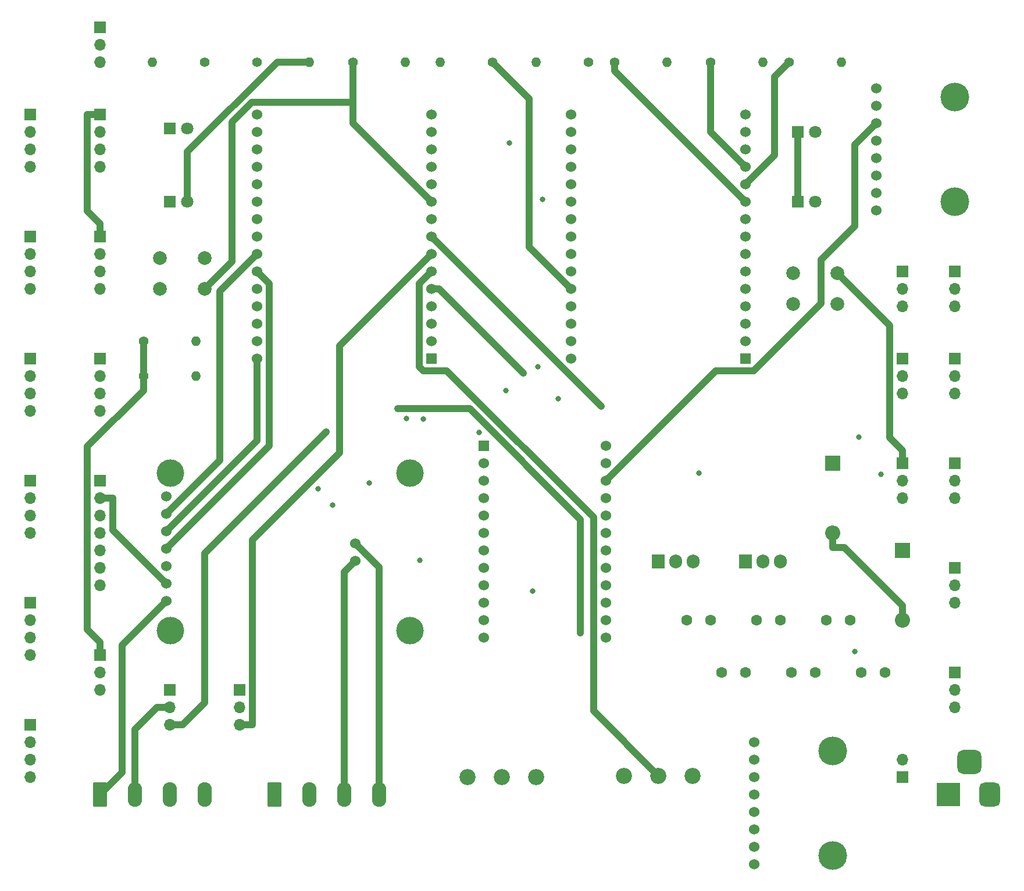
<source format=gbr>
%TF.GenerationSoftware,KiCad,Pcbnew,7.0.10*%
%TF.CreationDate,2024-07-04T23:25:59-06:00*%
%TF.ProjectId,ESP32WROOM30PIN_CARRIER_BOARD_KELLA,45535033-3257-4524-9f4f-4d333050494e,rev?*%
%TF.SameCoordinates,Original*%
%TF.FileFunction,Copper,L4,Bot*%
%TF.FilePolarity,Positive*%
%FSLAX46Y46*%
G04 Gerber Fmt 4.6, Leading zero omitted, Abs format (unit mm)*
G04 Created by KiCad (PCBNEW 7.0.10) date 2024-07-04 23:25:59*
%MOMM*%
%LPD*%
G01*
G04 APERTURE LIST*
G04 Aperture macros list*
%AMRoundRect*
0 Rectangle with rounded corners*
0 $1 Rounding radius*
0 $2 $3 $4 $5 $6 $7 $8 $9 X,Y pos of 4 corners*
0 Add a 4 corners polygon primitive as box body*
4,1,4,$2,$3,$4,$5,$6,$7,$8,$9,$2,$3,0*
0 Add four circle primitives for the rounded corners*
1,1,$1+$1,$2,$3*
1,1,$1+$1,$4,$5*
1,1,$1+$1,$6,$7*
1,1,$1+$1,$8,$9*
0 Add four rect primitives between the rounded corners*
20,1,$1+$1,$2,$3,$4,$5,0*
20,1,$1+$1,$4,$5,$6,$7,0*
20,1,$1+$1,$6,$7,$8,$9,0*
20,1,$1+$1,$8,$9,$2,$3,0*%
G04 Aperture macros list end*
%TA.AperFunction,ComponentPad*%
%ADD10C,1.400000*%
%TD*%
%TA.AperFunction,ComponentPad*%
%ADD11O,1.400000X1.400000*%
%TD*%
%TA.AperFunction,ComponentPad*%
%ADD12R,1.700000X1.700000*%
%TD*%
%TA.AperFunction,ComponentPad*%
%ADD13O,1.700000X1.700000*%
%TD*%
%TA.AperFunction,ComponentPad*%
%ADD14R,2.200000X2.200000*%
%TD*%
%TA.AperFunction,ComponentPad*%
%ADD15O,2.200000X2.200000*%
%TD*%
%TA.AperFunction,ComponentPad*%
%ADD16RoundRect,0.249999X-0.790001X-1.550001X0.790001X-1.550001X0.790001X1.550001X-0.790001X1.550001X0*%
%TD*%
%TA.AperFunction,ComponentPad*%
%ADD17O,2.080000X3.600000*%
%TD*%
%TA.AperFunction,ComponentPad*%
%ADD18C,2.340000*%
%TD*%
%TA.AperFunction,ComponentPad*%
%ADD19C,1.600000*%
%TD*%
%TA.AperFunction,ComponentPad*%
%ADD20C,1.524000*%
%TD*%
%TA.AperFunction,ComponentPad*%
%ADD21C,4.191000*%
%TD*%
%TA.AperFunction,ComponentPad*%
%ADD22C,4.000000*%
%TD*%
%TA.AperFunction,ComponentPad*%
%ADD23C,2.000000*%
%TD*%
%TA.AperFunction,ComponentPad*%
%ADD24R,1.800000X1.800000*%
%TD*%
%TA.AperFunction,ComponentPad*%
%ADD25C,1.800000*%
%TD*%
%TA.AperFunction,ComponentPad*%
%ADD26R,1.524000X1.524000*%
%TD*%
%TA.AperFunction,ComponentPad*%
%ADD27R,3.500000X3.500000*%
%TD*%
%TA.AperFunction,ComponentPad*%
%ADD28RoundRect,0.750000X0.750000X1.000000X-0.750000X1.000000X-0.750000X-1.000000X0.750000X-1.000000X0*%
%TD*%
%TA.AperFunction,ComponentPad*%
%ADD29RoundRect,0.875000X0.875000X0.875000X-0.875000X0.875000X-0.875000X-0.875000X0.875000X-0.875000X0*%
%TD*%
%TA.AperFunction,ComponentPad*%
%ADD30R,1.905000X2.000000*%
%TD*%
%TA.AperFunction,ComponentPad*%
%ADD31O,1.905000X2.000000*%
%TD*%
%TA.AperFunction,ViaPad*%
%ADD32C,0.800000*%
%TD*%
%TA.AperFunction,Conductor*%
%ADD33C,1.000000*%
%TD*%
G04 APERTURE END LIST*
D10*
%TO.P,R1,1*%
%TO.N,Net-(U4-GPIO12(ADC2-CH5))*%
X53340000Y-33020000D03*
D11*
%TO.P,R1,2*%
%TO.N,Net-(D2-A)*%
X45720000Y-33020000D03*
%TD*%
D12*
%TO.P,J21,1,Pin_1*%
%TO.N,Net-(J13-Pin_1)*%
X38100000Y-76200000D03*
D13*
%TO.P,J21,2,Pin_2*%
%TO.N,GND*%
X38100000Y-78740000D03*
%TO.P,J21,3,Pin_3*%
%TO.N,Net-(J21-Pin_3)*%
X38100000Y-81280000D03*
%TO.P,J21,4,Pin_4*%
%TO.N,Net-(J21-Pin_4)*%
X38100000Y-83820000D03*
%TD*%
D14*
%TO.P,D1,1,K*%
%TO.N,Net-(D1-K)*%
X154940000Y-104140000D03*
D15*
%TO.P,D1,2,A*%
%TO.N,Net-(D1-A)*%
X154940000Y-114300000D03*
%TD*%
D12*
%TO.P,J25,1,Pin_1*%
%TO.N,Net-(J11-Pin_1)*%
X162560000Y-91440000D03*
D13*
%TO.P,J25,2,Pin_2*%
%TO.N,GND*%
X162560000Y-93980000D03*
%TO.P,J25,3,Pin_3*%
%TO.N,Net-(J25-Pin_3)*%
X162560000Y-96520000D03*
%TD*%
D16*
%TO.P,J2,1,Pin_1*%
%TO.N,VDD2*%
X63500000Y-139700000D03*
D17*
%TO.P,J2,2,Pin_2*%
%TO.N,GND*%
X68580000Y-139700000D03*
%TO.P,J2,3,Pin_3*%
%TO.N,Net-(J2-Pin_3)*%
X73660000Y-139700000D03*
%TO.P,J2,4,Pin_4*%
%TO.N,Net-(J2-Pin_4)*%
X78740000Y-139700000D03*
%TD*%
D18*
%TO.P,RV2,1,1*%
%TO.N,Net-(J13-Pin_1)*%
X114380000Y-136990000D03*
%TO.P,RV2,2,2*%
%TO.N,Net-(U4-GPIO32(ADC1-CH4))*%
X119380000Y-136990000D03*
%TO.P,RV2,3,3*%
%TO.N,GND*%
X124380000Y-136990000D03*
%TD*%
D10*
%TO.P,R9,1*%
%TO.N,Net-(J13-Pin_1)*%
X44450000Y-73660000D03*
D11*
%TO.P,R9,2*%
%TO.N,Net-(J21-Pin_4)*%
X52070000Y-73660000D03*
%TD*%
D10*
%TO.P,R10,1*%
%TO.N,Net-(J13-Pin_1)*%
X44450000Y-78740000D03*
D11*
%TO.P,R10,2*%
%TO.N,Net-(J21-Pin_3)*%
X52070000Y-78740000D03*
%TD*%
D19*
%TO.P,C3,1*%
%TO.N,VDD1*%
X133660000Y-114300000D03*
%TO.P,C3,2*%
%TO.N,GND*%
X137160000Y-114300000D03*
%TD*%
D20*
%TO.P,U6,1,VDD*%
%TO.N,Net-(J11-Pin_1)*%
X133350000Y-132080000D03*
%TO.P,U6,2,GND*%
%TO.N,GND*%
X133350000Y-134620000D03*
%TO.P,U6,3,SCL*%
%TO.N,Net-(J9-Pin_3)*%
X133350000Y-137160000D03*
%TO.P,U6,4,SDA*%
%TO.N,Net-(J9-Pin_4)*%
X133350000Y-139700000D03*
%TO.P,U6,5,XDA*%
%TO.N,unconnected-(U6-XDA-Pad5)*%
X133350000Y-142240000D03*
%TO.P,U6,6,XCL*%
%TO.N,unconnected-(U6-XCL-Pad6)*%
X133350000Y-144780000D03*
%TO.P,U6,7,ADO*%
%TO.N,unconnected-(U6-ADO-Pad7)*%
X133350000Y-147320000D03*
%TO.P,U6,8,INT*%
%TO.N,unconnected-(U6-INT-Pad8)*%
X133350000Y-149860000D03*
D21*
%TO.P,U6,9*%
%TO.N,N/C*%
X144780000Y-133350000D03*
%TO.P,U6,10*%
X144780000Y-148590000D03*
%TD*%
D16*
%TO.P,J27,1,Pin_1*%
%TO.N,VDD2*%
X38100000Y-139700000D03*
D17*
%TO.P,J27,2,Pin_2*%
%TO.N,GND*%
X43180000Y-139700000D03*
%TO.P,J27,3,Pin_3*%
%TO.N,Net-(J2-Pin_3)*%
X48260000Y-139700000D03*
%TO.P,J27,4,Pin_4*%
%TO.N,Net-(J2-Pin_4)*%
X53340000Y-139700000D03*
%TD*%
D14*
%TO.P,D3,1,K*%
%TO.N,Net-(D3-K)*%
X144780000Y-91440000D03*
D15*
%TO.P,D3,2,A*%
%TO.N,Net-(D1-A)*%
X144780000Y-101600000D03*
%TD*%
D20*
%TO.P,U5,1,INT*%
%TO.N,Net-(U4-GPIO04(ADC2-CH0))*%
X47740000Y-96270000D03*
%TO.P,U5,2,SCK*%
%TO.N,Net-(U4-GPIO18(SCK))*%
X47740000Y-98810000D03*
%TO.P,U5,3,SI*%
%TO.N,Net-(U4-GPIO23(MOSI))*%
X47740000Y-101350000D03*
%TO.P,U5,4,SO*%
%TO.N,Net-(U4-GPIO19(MISO))*%
X47740000Y-103890000D03*
%TO.P,U5,5,CS*%
%TO.N,Net-(U4-GPIO05(SS))*%
X47740000Y-106430000D03*
%TO.P,U5,6,GND*%
%TO.N,GND*%
X47740000Y-108970000D03*
%TO.P,U5,7,VCC*%
%TO.N,VDD2*%
X47740000Y-111510000D03*
%TO.P,U5,8,H*%
%TO.N,Net-(J2-Pin_4)*%
X75260000Y-103130000D03*
%TO.P,U5,9,L*%
%TO.N,Net-(J2-Pin_3)*%
X75260000Y-105670000D03*
D22*
%TO.P,U5,12*%
%TO.N,N/C*%
X48370000Y-92920000D03*
%TO.P,U5,13*%
X48370000Y-115820000D03*
%TO.P,U5,14*%
X83270000Y-92920000D03*
%TO.P,U5,15*%
X83270000Y-115820000D03*
%TD*%
D12*
%TO.P,J5,1,Pin_1*%
%TO.N,Net-(J11-Pin_1)*%
X27940000Y-76200000D03*
D13*
%TO.P,J5,2,Pin_2*%
%TO.N,GND*%
X27940000Y-78740000D03*
%TO.P,J5,3,Pin_3*%
%TO.N,Net-(J5-Pin_3)*%
X27940000Y-81280000D03*
%TO.P,J5,4,Pin_4*%
%TO.N,Net-(J5-Pin_4)*%
X27940000Y-83820000D03*
%TD*%
D19*
%TO.P,C6,1*%
%TO.N,VDD2*%
X138740000Y-121920000D03*
%TO.P,C6,2*%
%TO.N,GND*%
X142240000Y-121920000D03*
%TD*%
D23*
%TO.P,SW2,1,C*%
%TO.N,Net-(J11-Pin_1)*%
X138990000Y-63790000D03*
X145490000Y-63790000D03*
%TO.P,SW2,2,D*%
%TO.N,Net-(SW2A-D)*%
X138990000Y-68290000D03*
X145490000Y-68290000D03*
%TD*%
D10*
%TO.P,R8,1*%
%TO.N,Net-(U3-SDA)*%
X95250000Y-33020000D03*
D11*
%TO.P,R8,2*%
%TO.N,Net-(J11-Pin_1)*%
X87630000Y-33020000D03*
%TD*%
D12*
%TO.P,J6,1,Pin_1*%
%TO.N,Net-(J11-Pin_1)*%
X27940000Y-93980000D03*
D13*
%TO.P,J6,2,Pin_2*%
%TO.N,GND*%
X27940000Y-96520000D03*
%TO.P,J6,3,Pin_3*%
%TO.N,Net-(J6-Pin_3)*%
X27940000Y-99060000D03*
%TO.P,J6,4,Pin_4*%
%TO.N,Net-(J6-Pin_4)*%
X27940000Y-101600000D03*
%TD*%
D12*
%TO.P,J19,1,Pin_1*%
%TO.N,Net-(J13-Pin_1)*%
X162560000Y-63500000D03*
D13*
%TO.P,J19,2,Pin_2*%
%TO.N,GND*%
X162560000Y-66040000D03*
%TO.P,J19,3,Pin_3*%
%TO.N,Net-(J19-Pin_3)*%
X162560000Y-68580000D03*
%TD*%
D12*
%TO.P,J4,1,Pin_1*%
%TO.N,Net-(J11-Pin_1)*%
X27940000Y-58420000D03*
D13*
%TO.P,J4,2,Pin_2*%
%TO.N,GND*%
X27940000Y-60960000D03*
%TO.P,J4,3,Pin_3*%
%TO.N,Net-(J4-Pin_3)*%
X27940000Y-63500000D03*
%TO.P,J4,4,Pin_4*%
%TO.N,Net-(J4-Pin_4)*%
X27940000Y-66040000D03*
%TD*%
D19*
%TO.P,C5,1*%
%TO.N,VDD2*%
X148900000Y-121920000D03*
%TO.P,C5,2*%
%TO.N,GND*%
X152400000Y-121920000D03*
%TD*%
D12*
%TO.P,J16,1,Pin_1*%
%TO.N,Net-(J13-Pin_1)*%
X154940000Y-76200000D03*
D13*
%TO.P,J16,2,Pin_2*%
%TO.N,GND*%
X154940000Y-78740000D03*
%TO.P,J16,3,Pin_3*%
%TO.N,Net-(J16-Pin_3)*%
X154940000Y-81280000D03*
%TD*%
D12*
%TO.P,J26,1,Pin_1*%
%TO.N,Net-(J11-Pin_1)*%
X162560000Y-106680000D03*
D13*
%TO.P,J26,2,Pin_2*%
%TO.N,GND*%
X162560000Y-109220000D03*
%TO.P,J26,3,Pin_3*%
%TO.N,Net-(J26-Pin_3)*%
X162560000Y-111760000D03*
%TD*%
D24*
%TO.P,D2,1,K*%
%TO.N,GND*%
X48260000Y-42710000D03*
D25*
%TO.P,D2,2,A*%
%TO.N,Net-(D2-A)*%
X50800000Y-42710000D03*
%TD*%
D12*
%TO.P,J9,1,Pin_1*%
%TO.N,Net-(J11-Pin_1)*%
X38100000Y-40640000D03*
D13*
%TO.P,J9,2,Pin_2*%
%TO.N,GND*%
X38100000Y-43180000D03*
%TO.P,J9,3,Pin_3*%
%TO.N,Net-(J9-Pin_3)*%
X38100000Y-45720000D03*
%TO.P,J9,4,Pin_4*%
%TO.N,Net-(J9-Pin_4)*%
X38100000Y-48260000D03*
%TD*%
D12*
%TO.P,J8,1,Pin_1*%
%TO.N,Net-(J11-Pin_1)*%
X27940000Y-129540000D03*
D13*
%TO.P,J8,2,Pin_2*%
%TO.N,GND*%
X27940000Y-132080000D03*
%TO.P,J8,3,Pin_3*%
%TO.N,Net-(J8-Pin_3)*%
X27940000Y-134620000D03*
%TO.P,J8,4,Pin_4*%
%TO.N,Net-(J8-Pin_4)*%
X27940000Y-137160000D03*
%TD*%
D24*
%TO.P,D5,1,K*%
%TO.N,GND*%
X139700000Y-43180000D03*
D25*
%TO.P,D5,2,A*%
%TO.N,Net-(D5-A)*%
X142240000Y-43180000D03*
%TD*%
D12*
%TO.P,J1,1,Pin_1*%
%TO.N,Net-(D1-A)*%
X154940000Y-137160000D03*
D13*
%TO.P,J1,2,Pin_2*%
%TO.N,GND*%
X154940000Y-134620000D03*
%TD*%
D24*
%TO.P,D4,1,K*%
%TO.N,GND*%
X48260000Y-53340000D03*
D25*
%TO.P,D4,2,A*%
%TO.N,Net-(D4-A)*%
X50800000Y-53340000D03*
%TD*%
D19*
%TO.P,C2,1*%
%TO.N,VDD1*%
X143820000Y-114300000D03*
%TO.P,C2,2*%
%TO.N,GND*%
X147320000Y-114300000D03*
%TD*%
D12*
%TO.P,J20,1,Pin_1*%
%TO.N,Net-(J13-Pin_1)*%
X38100000Y-27940000D03*
D13*
%TO.P,J20,2,Pin_2*%
%TO.N,GND*%
X38100000Y-30480000D03*
%TO.P,J20,3,Pin_3*%
%TO.N,Net-(J20-Pin_3)*%
X38100000Y-33020000D03*
%TD*%
D12*
%TO.P,J13,1,Pin_1*%
%TO.N,Net-(J13-Pin_1)*%
X38100000Y-119380000D03*
D13*
%TO.P,J13,2,Pin_2*%
%TO.N,GND*%
X38100000Y-121920000D03*
%TO.P,J13,3,Pin_3*%
%TO.N,Net-(J13-Pin_3)*%
X38100000Y-124460000D03*
%TD*%
D10*
%TO.P,R5,1*%
%TO.N,Net-(SW1A-D)*%
X74930000Y-33020000D03*
D11*
%TO.P,R5,2*%
%TO.N,GND*%
X82550000Y-33020000D03*
%TD*%
D12*
%TO.P,J11,1,Pin_1*%
%TO.N,Net-(J11-Pin_1)*%
X38100000Y-58420000D03*
D13*
%TO.P,J11,2,Pin_2*%
%TO.N,GND*%
X38100000Y-60960000D03*
%TO.P,J11,3,Pin_3*%
%TO.N,Net-(J11-Pin_3)*%
X38100000Y-63500000D03*
%TO.P,J11,4,Pin_4*%
%TO.N,Net-(J11-Pin_4)*%
X38100000Y-66040000D03*
%TD*%
D19*
%TO.P,C1,1*%
%TO.N,VDD1*%
X123500000Y-114300000D03*
%TO.P,C1,2*%
%TO.N,GND*%
X127000000Y-114300000D03*
%TD*%
D12*
%TO.P,J3,1,Pin_1*%
%TO.N,Net-(J11-Pin_1)*%
X27940000Y-40640000D03*
D13*
%TO.P,J3,2,Pin_2*%
%TO.N,GND*%
X27940000Y-43180000D03*
%TO.P,J3,3,Pin_3*%
%TO.N,Net-(J3-Pin_3)*%
X27940000Y-45720000D03*
%TO.P,J3,4,Pin_4*%
%TO.N,Net-(J3-Pin_4)*%
X27940000Y-48260000D03*
%TD*%
D12*
%TO.P,J18,1,Pin_1*%
%TO.N,Net-(J13-Pin_1)*%
X162560000Y-76200000D03*
D13*
%TO.P,J18,2,Pin_2*%
%TO.N,GND*%
X162560000Y-78740000D03*
%TO.P,J18,3,Pin_3*%
%TO.N,Net-(J18-Pin_3)*%
X162560000Y-81280000D03*
%TD*%
D12*
%TO.P,J22,1,Pin_1*%
%TO.N,Net-(J11-Pin_1)*%
X38100000Y-93980000D03*
D13*
%TO.P,J22,2,Pin_2*%
%TO.N,GND*%
X38100000Y-96520000D03*
%TO.P,J22,3,Pin_3*%
%TO.N,Net-(J22-Pin_3)*%
X38100000Y-99060000D03*
%TO.P,J22,4,Pin_4*%
%TO.N,Net-(J22-Pin_4)*%
X38100000Y-101600000D03*
%TO.P,J22,5,Pin_5*%
%TO.N,Net-(J22-Pin_5)*%
X38100000Y-104140000D03*
%TO.P,J22,6,Pin_6*%
%TO.N,Net-(J22-Pin_6)*%
X38100000Y-106680000D03*
%TO.P,J22,7,Pin_7*%
%TO.N,Net-(J22-Pin_7)*%
X38100000Y-109220000D03*
%TD*%
D12*
%TO.P,J14,1,Pin_1*%
%TO.N,Net-(J13-Pin_1)*%
X48260000Y-124460000D03*
D13*
%TO.P,J14,2,Pin_2*%
%TO.N,GND*%
X48260000Y-127000000D03*
%TO.P,J14,3,Pin_3*%
%TO.N,Net-(J14-Pin_3)*%
X48260000Y-129540000D03*
%TD*%
D24*
%TO.P,D6,1,K*%
%TO.N,GND*%
X139700000Y-53340000D03*
D25*
%TO.P,D6,2,A*%
%TO.N,Net-(D6-A)*%
X142240000Y-53340000D03*
%TD*%
D10*
%TO.P,R3,1*%
%TO.N,Net-(U7-GPIO14(ADC2-CH6))*%
X138430000Y-33020000D03*
D11*
%TO.P,R3,2*%
%TO.N,Net-(D5-A)*%
X146050000Y-33020000D03*
%TD*%
D26*
%TO.P,U4,1,EN*%
%TO.N,unconnected-(U4-EN-Pad1)*%
X86360000Y-76200000D03*
D20*
%TO.P,U4,2,GPIO36(ADC1-CH0)*%
%TO.N,Net-(J13-Pin_3)*%
X86360000Y-73660000D03*
%TO.P,U4,3,GPIO39(ADC1-CH3)*%
%TO.N,Net-(J14-Pin_3)*%
X86360000Y-71120000D03*
%TO.P,U4,4,GPIO34(ADC1-CH6)*%
%TO.N,Net-(J15-Pin_3)*%
X86360000Y-68580000D03*
%TO.P,U4,5,GPIO35(ADC1-CH7)*%
%TO.N,Net-(J16-Pin_3)*%
X86360000Y-66040000D03*
%TO.P,U4,6,GPIO32(ADC1-CH4)*%
%TO.N,Net-(U4-GPIO32(ADC1-CH4))*%
X86360000Y-63500000D03*
%TO.P,U4,7,GPIO33(ADC1-CH5)*%
%TO.N,Net-(J17-Pin_3)*%
X86360000Y-60960000D03*
%TO.P,U4,8,GPIO25(ADC2-CH8)*%
%TO.N,Net-(J18-Pin_3)*%
X86360000Y-58420000D03*
%TO.P,U4,9,GPIO26(ADC2-CH9)*%
%TO.N,Net-(J19-Pin_3)*%
X86360000Y-55880000D03*
%TO.P,U4,10,GPIO27(ADC2-CH7)*%
%TO.N,Net-(SW1A-D)*%
X86360000Y-53340000D03*
%TO.P,U4,11,GPIO14(ADC2-CH6)*%
%TO.N,Net-(U4-GPIO14(ADC2-CH6))*%
X86360000Y-50800000D03*
%TO.P,U4,12,GPIO12(ADC2-CH5)*%
%TO.N,Net-(U4-GPIO12(ADC2-CH5))*%
X86360000Y-48260000D03*
%TO.P,U4,13,GPIO13(ADC2-CH4)*%
%TO.N,Net-(J20-Pin_3)*%
X86360000Y-45720000D03*
%TO.P,U4,14,GND*%
%TO.N,GND*%
X86360000Y-43180000D03*
%TO.P,U4,15,VDD*%
%TO.N,VDD2*%
X86360000Y-40640000D03*
%TO.P,U4,16,3.3V*%
%TO.N,Net-(J13-Pin_1)*%
X60960000Y-40640000D03*
%TO.P,U4,17,GND*%
%TO.N,GND*%
X60960000Y-43180000D03*
%TO.P,U4,18,GPIO12(ADC2-CH3)*%
%TO.N,unconnected-(U4-GPIO12(ADC2-CH3)-Pad18)*%
X60960000Y-45720000D03*
%TO.P,U4,19,GPIO02(ADC2-CH2)*%
%TO.N,unconnected-(U4-GPIO02(ADC2-CH2)-Pad19)*%
X60960000Y-48260000D03*
%TO.P,U4,20,GPIO04(ADC2-CH0)*%
%TO.N,Net-(U4-GPIO04(ADC2-CH0))*%
X60960000Y-50800000D03*
%TO.P,U4,21,GPIO16(RXD2)*%
%TO.N,Net-(U4-GPIO16(RXD2))*%
X60960000Y-53340000D03*
%TO.P,U4,22,GPIO17(TXD2)*%
%TO.N,Net-(U4-GPIO17(TXD2))*%
X60960000Y-55880000D03*
%TO.P,U4,23,GPIO05(SS)*%
%TO.N,Net-(U4-GPIO05(SS))*%
X60960000Y-58420000D03*
%TO.P,U4,24,GPIO18(SCK)*%
%TO.N,Net-(U4-GPIO18(SCK))*%
X60960000Y-60960000D03*
%TO.P,U4,25,GPIO19(MISO)*%
%TO.N,Net-(U4-GPIO19(MISO))*%
X60960000Y-63500000D03*
%TO.P,U4,26,GPIO21(SDA)*%
%TO.N,Net-(J21-Pin_4)*%
X60960000Y-66040000D03*
%TO.P,U4,27,GPIO03(CLK2)*%
%TO.N,unconnected-(U4-GPIO03(CLK2)-Pad27)*%
X60960000Y-68580000D03*
%TO.P,U4,28,GPIO01(CLK3)*%
%TO.N,unconnected-(U4-GPIO01(CLK3)-Pad28)*%
X60960000Y-71120000D03*
%TO.P,U4,29,GPIO22(SCL)*%
%TO.N,Net-(J21-Pin_3)*%
X60960000Y-73660000D03*
%TO.P,U4,30,GPIO23(MOSI)*%
%TO.N,Net-(U4-GPIO23(MOSI))*%
X60960000Y-76200000D03*
%TD*%
D27*
%TO.P,J10,1*%
%TO.N,Net-(D1-A)*%
X161640000Y-139700000D03*
D28*
%TO.P,J10,2*%
%TO.N,GND*%
X167640000Y-139700000D03*
D29*
%TO.P,J10,3*%
%TO.N,unconnected-(J10-Pad3)*%
X164640000Y-135000000D03*
%TD*%
D26*
%TO.P,U7,1,EN*%
%TO.N,unconnected-(U7-EN-Pad1)*%
X132080000Y-76200000D03*
D20*
%TO.P,U7,2,GPIO36(ADC1-CH0)*%
%TO.N,Net-(J23-Pin_3)*%
X132080000Y-73660000D03*
%TO.P,U7,3,GPIO39(ADC1-CH3)*%
%TO.N,Net-(J24-Pin_3)*%
X132080000Y-71120000D03*
%TO.P,U7,4,GPIO34(ADC1-CH6)*%
%TO.N,Net-(J25-Pin_3)*%
X132080000Y-68580000D03*
%TO.P,U7,5,GPIO35(ADC1-CH7)*%
%TO.N,Net-(J26-Pin_3)*%
X132080000Y-66040000D03*
%TO.P,U7,6,GPIO32(ADC1-CH4)*%
%TO.N,Net-(U7-GPIO32(ADC1-CH4))*%
X132080000Y-63500000D03*
%TO.P,U7,7,GPIO33(ADC1-CH5)*%
%TO.N,Net-(U3-A2)*%
X132080000Y-60960000D03*
%TO.P,U7,8,GPIO25(ADC2-CH8)*%
%TO.N,Net-(U3-A1)*%
X132080000Y-58420000D03*
%TO.P,U7,9,GPIO26(ADC2-CH9)*%
%TO.N,Net-(J22-Pin_7)*%
X132080000Y-55880000D03*
%TO.P,U7,10,GPIO27(ADC2-CH7)*%
%TO.N,Net-(SW2A-D)*%
X132080000Y-53340000D03*
%TO.P,U7,11,GPIO14(ADC2-CH6)*%
%TO.N,Net-(U7-GPIO14(ADC2-CH6))*%
X132080000Y-50800000D03*
%TO.P,U7,12,GPIO12(ADC2-CH5)*%
%TO.N,Net-(U7-GPIO12(ADC2-CH5))*%
X132080000Y-48260000D03*
%TO.P,U7,13,GPIO13(ADC2-CH4)*%
%TO.N,Net-(U3-RST)*%
X132080000Y-45720000D03*
%TO.P,U7,14,GND*%
%TO.N,GND*%
X132080000Y-43180000D03*
%TO.P,U7,15,VDD*%
%TO.N,VDD1*%
X132080000Y-40640000D03*
%TO.P,U7,16,3.3V*%
%TO.N,Net-(J11-Pin_1)*%
X106680000Y-40640000D03*
%TO.P,U7,17,GND*%
%TO.N,GND*%
X106680000Y-43180000D03*
%TO.P,U7,18,GPIO12(ADC2-CH3)*%
%TO.N,unconnected-(U7-GPIO12(ADC2-CH3)-Pad18)*%
X106680000Y-45720000D03*
%TO.P,U7,19,GPIO02(ADC2-CH2)*%
%TO.N,unconnected-(U7-GPIO02(ADC2-CH2)-Pad19)*%
X106680000Y-48260000D03*
%TO.P,U7,20,GPIO04(ADC2-CH0)*%
%TO.N,Net-(U3-A0)*%
X106680000Y-50800000D03*
%TO.P,U7,21,GPIO16(RXD2)*%
%TO.N,Net-(U4-GPIO17(TXD2))*%
X106680000Y-53340000D03*
%TO.P,U7,22,GPIO17(TXD2)*%
%TO.N,Net-(U4-GPIO16(RXD2))*%
X106680000Y-55880000D03*
%TO.P,U7,23,GPIO05(SS)*%
%TO.N,Net-(J22-Pin_6)*%
X106680000Y-58420000D03*
%TO.P,U7,24,GPIO18(SCK)*%
%TO.N,Net-(J22-Pin_3)*%
X106680000Y-60960000D03*
%TO.P,U7,25,GPIO19(MISO)*%
%TO.N,Net-(J22-Pin_5)*%
X106680000Y-63500000D03*
%TO.P,U7,26,GPIO21(SDA)*%
%TO.N,Net-(U3-SDA)*%
X106680000Y-66040000D03*
%TO.P,U7,27,GPIO03(CLK2)*%
%TO.N,unconnected-(U7-GPIO03(CLK2)-Pad27)*%
X106680000Y-68580000D03*
%TO.P,U7,28,GPIO01(CLK3)*%
%TO.N,unconnected-(U7-GPIO01(CLK3)-Pad28)*%
X106680000Y-71120000D03*
%TO.P,U7,29,GPIO22(SCL)*%
%TO.N,Net-(U3-SCL)*%
X106680000Y-73660000D03*
%TO.P,U7,30,GPIO23(MOSI)*%
%TO.N,Net-(J22-Pin_4)*%
X106680000Y-76200000D03*
%TD*%
D18*
%TO.P,RV1,1,1*%
%TO.N,Net-(J11-Pin_1)*%
X91600000Y-137160000D03*
%TO.P,RV1,2,2*%
%TO.N,Net-(U7-GPIO32(ADC1-CH4))*%
X96600000Y-137160000D03*
%TO.P,RV1,3,3*%
%TO.N,GND*%
X101600000Y-137160000D03*
%TD*%
D12*
%TO.P,J23,1,Pin_1*%
%TO.N,Net-(J11-Pin_1)*%
X154940000Y-91440000D03*
D13*
%TO.P,J23,2,Pin_2*%
%TO.N,GND*%
X154940000Y-93980000D03*
%TO.P,J23,3,Pin_3*%
%TO.N,Net-(J23-Pin_3)*%
X154940000Y-96520000D03*
%TD*%
D10*
%TO.P,R7,1*%
%TO.N,Net-(U3-SCL)*%
X109220000Y-33020000D03*
D11*
%TO.P,R7,2*%
%TO.N,Net-(J11-Pin_1)*%
X101600000Y-33020000D03*
%TD*%
D12*
%TO.P,J17,1,Pin_1*%
%TO.N,Net-(J13-Pin_1)*%
X58420000Y-124460000D03*
D13*
%TO.P,J17,2,Pin_2*%
%TO.N,GND*%
X58420000Y-127000000D03*
%TO.P,J17,3,Pin_3*%
%TO.N,Net-(J17-Pin_3)*%
X58420000Y-129540000D03*
%TD*%
D10*
%TO.P,R4,1*%
%TO.N,Net-(U7-GPIO12(ADC2-CH5))*%
X127000000Y-33020000D03*
D11*
%TO.P,R4,2*%
%TO.N,Net-(D6-A)*%
X134620000Y-33020000D03*
%TD*%
D30*
%TO.P,U1,1,IN*%
%TO.N,Net-(D1-K)*%
X119380000Y-105750000D03*
D31*
%TO.P,U1,2,GND*%
%TO.N,GND*%
X121920000Y-105750000D03*
%TO.P,U1,3,OUT*%
%TO.N,VDD1*%
X124460000Y-105750000D03*
%TD*%
D26*
%TO.P,U3,1,VIN*%
%TO.N,Net-(J11-Pin_1)*%
X93980000Y-88900000D03*
D20*
%TO.P,U3,2,GND*%
%TO.N,GND*%
X93980000Y-91440000D03*
%TO.P,U3,3,SDA*%
%TO.N,Net-(U3-SDA)*%
X93980000Y-93980000D03*
%TO.P,U3,4,SCL*%
%TO.N,Net-(U3-SCL)*%
X93980000Y-96520000D03*
%TO.P,U3,5,RST*%
%TO.N,Net-(U3-RST)*%
X93980000Y-99060000D03*
%TO.P,U3,6,A0*%
%TO.N,Net-(U3-A0)*%
X93980000Y-101600000D03*
%TO.P,U3,7,A1*%
%TO.N,Net-(U3-A1)*%
X93980000Y-104140000D03*
%TO.P,U3,8,A2*%
%TO.N,Net-(U3-A2)*%
X93980000Y-106680000D03*
%TO.P,U3,9,SDA0*%
%TO.N,Net-(J3-Pin_4)*%
X93980000Y-109220000D03*
%TO.P,U3,10,SCL0*%
%TO.N,Net-(J3-Pin_3)*%
X93980000Y-111760000D03*
%TO.P,U3,11,SDA1*%
%TO.N,Net-(J4-Pin_4)*%
X93980000Y-114300000D03*
%TO.P,U3,12,SCL1*%
%TO.N,Net-(J4-Pin_3)*%
X93980000Y-116840000D03*
%TO.P,U3,13,SDA2*%
%TO.N,Net-(J5-Pin_4)*%
X111760000Y-116840000D03*
%TO.P,U3,14,SCL2*%
%TO.N,Net-(J5-Pin_3)*%
X111760000Y-114300000D03*
%TO.P,U3,15,SDA3*%
%TO.N,Net-(J6-Pin_4)*%
X111760000Y-111760000D03*
%TO.P,U3,16,SCL3*%
%TO.N,Net-(J6-Pin_3)*%
X111760000Y-109220000D03*
%TO.P,U3,17,SDA4*%
%TO.N,Net-(J7-Pin_4)*%
X111760000Y-106680000D03*
%TO.P,U3,18,SCL4*%
%TO.N,Net-(J7-Pin_3)*%
X111760000Y-104140000D03*
%TO.P,U3,19,SDA5*%
%TO.N,Net-(J8-Pin_4)*%
X111760000Y-101600000D03*
%TO.P,U3,20,SCL5*%
%TO.N,Net-(J8-Pin_3)*%
X111760000Y-99060000D03*
%TO.P,U3,21,SDA6*%
%TO.N,Net-(J11-Pin_4)*%
X111760000Y-96520000D03*
%TO.P,U3,22,SCL6*%
%TO.N,Net-(J11-Pin_3)*%
X111760000Y-93980000D03*
%TO.P,U3,23,SDA7*%
%TO.N,Net-(J9-Pin_4)*%
X111760000Y-91440000D03*
%TO.P,U3,24,SCL7*%
%TO.N,Net-(J9-Pin_3)*%
X111760000Y-88900000D03*
%TD*%
D23*
%TO.P,SW1,1,C*%
%TO.N,Net-(J13-Pin_1)*%
X46840000Y-61540000D03*
X53340000Y-61540000D03*
%TO.P,SW1,2,D*%
%TO.N,Net-(SW1A-D)*%
X46840000Y-66040000D03*
X53340000Y-66040000D03*
%TD*%
D19*
%TO.P,C4,1*%
%TO.N,VDD2*%
X128580000Y-121920000D03*
%TO.P,C4,2*%
%TO.N,GND*%
X132080000Y-121920000D03*
%TD*%
D12*
%TO.P,J7,1,Pin_1*%
%TO.N,Net-(J11-Pin_1)*%
X27940000Y-111760000D03*
D13*
%TO.P,J7,2,Pin_2*%
%TO.N,GND*%
X27940000Y-114300000D03*
%TO.P,J7,3,Pin_3*%
%TO.N,Net-(J7-Pin_3)*%
X27940000Y-116840000D03*
%TO.P,J7,4,Pin_4*%
%TO.N,Net-(J7-Pin_4)*%
X27940000Y-119380000D03*
%TD*%
D10*
%TO.P,R2,1*%
%TO.N,Net-(U4-GPIO14(ADC2-CH6))*%
X60960000Y-33020000D03*
D11*
%TO.P,R2,2*%
%TO.N,Net-(D4-A)*%
X68580000Y-33020000D03*
%TD*%
D10*
%TO.P,R6,1*%
%TO.N,Net-(SW2A-D)*%
X113030000Y-33020000D03*
D11*
%TO.P,R6,2*%
%TO.N,GND*%
X120650000Y-33020000D03*
%TD*%
D12*
%TO.P,J15,1,Pin_1*%
%TO.N,Net-(J13-Pin_1)*%
X154940000Y-63500000D03*
D13*
%TO.P,J15,2,Pin_2*%
%TO.N,GND*%
X154940000Y-66040000D03*
%TO.P,J15,3,Pin_3*%
%TO.N,Net-(J15-Pin_3)*%
X154940000Y-68580000D03*
%TD*%
D30*
%TO.P,U2,1,IN*%
%TO.N,Net-(D3-K)*%
X132080000Y-105750000D03*
D31*
%TO.P,U2,2,GND*%
%TO.N,GND*%
X134620000Y-105750000D03*
%TO.P,U2,3,OUT*%
%TO.N,VDD2*%
X137160000Y-105750000D03*
%TD*%
D20*
%TO.P,U8,1,VDD*%
%TO.N,Net-(J11-Pin_1)*%
X151130000Y-36830000D03*
%TO.P,U8,2,GND*%
%TO.N,GND*%
X151130000Y-39370000D03*
%TO.P,U8,3,SCL*%
%TO.N,Net-(J11-Pin_3)*%
X151130000Y-41910000D03*
%TO.P,U8,4,SDA*%
%TO.N,Net-(J11-Pin_4)*%
X151130000Y-44450000D03*
%TO.P,U8,5,XDA*%
%TO.N,unconnected-(U8-XDA-Pad5)*%
X151130000Y-46990000D03*
%TO.P,U8,6,XCL*%
%TO.N,unconnected-(U8-XCL-Pad6)*%
X151130000Y-49530000D03*
%TO.P,U8,7,ADO*%
%TO.N,unconnected-(U8-ADO-Pad7)*%
X151130000Y-52070000D03*
%TO.P,U8,8,INT*%
%TO.N,unconnected-(U8-INT-Pad8)*%
X151130000Y-54610000D03*
D21*
%TO.P,U8,9*%
%TO.N,N/C*%
X162560000Y-38100000D03*
%TO.P,U8,10*%
X162560000Y-53340000D03*
%TD*%
D12*
%TO.P,J24,1,Pin_1*%
%TO.N,Net-(J11-Pin_1)*%
X162560000Y-121920000D03*
D13*
%TO.P,J24,2,Pin_2*%
%TO.N,GND*%
X162560000Y-124460000D03*
%TO.P,J24,3,Pin_3*%
%TO.N,Net-(J24-Pin_3)*%
X162560000Y-127000000D03*
%TD*%
D32*
%TO.N,Net-(J9-Pin_3)*%
X104775800Y-82074700D03*
%TO.N,Net-(J22-Pin_7)*%
X97231700Y-80871600D03*
X71958700Y-97587700D03*
%TO.N,Net-(J22-Pin_6)*%
X93303200Y-86940700D03*
%TO.N,Net-(J22-Pin_3)*%
X82682600Y-84957400D03*
%TO.N,Net-(J22-Pin_5)*%
X85188400Y-84991600D03*
%TO.N,Net-(J22-Pin_4)*%
X69862000Y-95180700D03*
%TO.N,Net-(U4-GPIO17(TXD2))*%
X102563300Y-52983900D03*
%TO.N,Net-(J25-Pin_3)*%
X151787800Y-93092200D03*
%TO.N,Net-(J24-Pin_3)*%
X148611800Y-87651800D03*
%TO.N,Net-(J19-Pin_3)*%
X97707100Y-44782500D03*
%TO.N,Net-(J18-Pin_3)*%
X111071900Y-83131900D03*
%TO.N,Net-(J16-Pin_3)*%
X99742100Y-78358900D03*
%TO.N,Net-(J15-Pin_3)*%
X101860900Y-77405500D03*
%TO.N,Net-(J14-Pin_3)*%
X71032200Y-86890700D03*
%TO.N,Net-(J13-Pin_1)*%
X148019400Y-118915400D03*
%TO.N,Net-(J11-Pin_4)*%
X125322300Y-92879600D03*
%TO.N,Net-(J5-Pin_4)*%
X108044000Y-116171400D03*
X81414600Y-83543700D03*
%TO.N,Net-(J5-Pin_3)*%
X101119500Y-110124100D03*
%TO.N,Net-(J3-Pin_4)*%
X84625600Y-105631000D03*
%TO.N,VDD2*%
X77288100Y-94298600D03*
%TD*%
D33*
%TO.N,Net-(J11-Pin_1)*%
X36248100Y-54716200D02*
X36248100Y-40640000D01*
X38100000Y-56568100D02*
X36248100Y-54716200D01*
X38100000Y-58420000D02*
X38100000Y-56568100D01*
X38100000Y-40640000D02*
X36248100Y-40640000D01*
X153088100Y-71388100D02*
X145490000Y-63790000D01*
X153088100Y-87736200D02*
X153088100Y-71388100D01*
X154940000Y-89588100D02*
X153088100Y-87736200D01*
X154940000Y-91440000D02*
X154940000Y-89588100D01*
%TO.N,Net-(SW2A-D)*%
X113030000Y-34290000D02*
X113030000Y-33020000D01*
X132080000Y-53340000D02*
X113030000Y-34290000D01*
%TO.N,Net-(SW1A-D)*%
X74930000Y-41910000D02*
X74930000Y-38868600D01*
X86360000Y-53340000D02*
X74930000Y-41910000D01*
X74930000Y-38868600D02*
X74930000Y-33020000D01*
X60170600Y-38868600D02*
X74930000Y-38868600D01*
X57318400Y-41720800D02*
X60170600Y-38868600D01*
X57318400Y-62061600D02*
X57318400Y-41720800D01*
X53340000Y-66040000D02*
X57318400Y-62061600D01*
%TO.N,Net-(J18-Pin_3)*%
X86360000Y-58420000D02*
X111071900Y-83131900D01*
%TO.N,Net-(J17-Pin_3)*%
X58420000Y-129540000D02*
X60271900Y-129540000D01*
X60271900Y-102646800D02*
X60271900Y-129540000D01*
X72950300Y-89968400D02*
X60271900Y-102646800D01*
X72950300Y-74369700D02*
X72950300Y-89968400D01*
X86360000Y-60960000D02*
X72950300Y-74369700D01*
%TO.N,Net-(J16-Pin_3)*%
X87423200Y-66040000D02*
X99742100Y-78358900D01*
X86360000Y-66040000D02*
X87423200Y-66040000D01*
%TO.N,Net-(J14-Pin_3)*%
X48260000Y-129540000D02*
X50111900Y-129540000D01*
X53340000Y-104582900D02*
X71032200Y-86890700D01*
X53340000Y-126311900D02*
X53340000Y-104582900D01*
X50111900Y-129540000D02*
X53340000Y-126311900D01*
%TO.N,Net-(J13-Pin_1)*%
X38100000Y-119380000D02*
X38100000Y-117528100D01*
X44450000Y-73660000D02*
X44450000Y-78740000D01*
X36248100Y-115676200D02*
X38100000Y-117528100D01*
X36248100Y-89048200D02*
X36248100Y-115676200D01*
X44450000Y-80846300D02*
X36248100Y-89048200D01*
X44450000Y-78740000D02*
X44450000Y-80846300D01*
%TO.N,Net-(U4-GPIO23(MOSI))*%
X60960000Y-88130000D02*
X60960000Y-76200000D01*
X47740000Y-101350000D02*
X60960000Y-88130000D01*
%TO.N,Net-(U4-GPIO19(MISO))*%
X62736400Y-65276400D02*
X60960000Y-63500000D01*
X62736400Y-88893600D02*
X62736400Y-65276400D01*
X47740000Y-103890000D02*
X62736400Y-88893600D01*
%TO.N,Net-(U4-GPIO18(SCK))*%
X55544900Y-91005100D02*
X47740000Y-98810000D01*
X55544900Y-66375100D02*
X55544900Y-91005100D01*
X60960000Y-60960000D02*
X55544900Y-66375100D01*
%TO.N,Net-(U3-SDA)*%
X100623300Y-38393300D02*
X95250000Y-33020000D01*
X100623300Y-59983300D02*
X100623300Y-38393300D01*
X106680000Y-66040000D02*
X100623300Y-59983300D01*
%TO.N,Net-(U4-GPIO32(ADC1-CH4))*%
X84592500Y-65267500D02*
X86360000Y-63500000D01*
X84592500Y-77397200D02*
X84592500Y-65267500D01*
X85159200Y-77963900D02*
X84592500Y-77397200D01*
X88574500Y-77963900D02*
X85159200Y-77963900D01*
X109940900Y-99330300D02*
X88574500Y-77963900D01*
X109940900Y-127550900D02*
X109940900Y-99330300D01*
X119380000Y-136990000D02*
X109940900Y-127550900D01*
%TO.N,Net-(U7-GPIO12(ADC2-CH5))*%
X127000000Y-43180000D02*
X127000000Y-33020000D01*
X132080000Y-48260000D02*
X127000000Y-43180000D01*
%TO.N,Net-(U7-GPIO14(ADC2-CH6))*%
X136320400Y-35129600D02*
X138430000Y-33020000D01*
X136320400Y-46559600D02*
X136320400Y-35129600D01*
X132080000Y-50800000D02*
X136320400Y-46559600D01*
%TO.N,Net-(J11-Pin_3)*%
X148004200Y-45035800D02*
X151130000Y-41910000D01*
X148004200Y-56897700D02*
X148004200Y-45035800D01*
X143112300Y-61789600D02*
X148004200Y-56897700D01*
X143112300Y-68139000D02*
X143112300Y-61789600D01*
X133272400Y-77978900D02*
X143112300Y-68139000D01*
X127761100Y-77978900D02*
X133272400Y-77978900D01*
X111760000Y-93980000D02*
X127761100Y-77978900D01*
%TO.N,Net-(J5-Pin_4)*%
X91948300Y-83543700D02*
X81414600Y-83543700D01*
X108044000Y-99639400D02*
X91948300Y-83543700D01*
X108044000Y-116171400D02*
X108044000Y-99639400D01*
%TO.N,Net-(J2-Pin_4)*%
X78740000Y-106610000D02*
X78740000Y-139700000D01*
X75260000Y-103130000D02*
X78740000Y-106610000D01*
%TO.N,Net-(J2-Pin_3)*%
X73660000Y-107270000D02*
X73660000Y-139700000D01*
X75260000Y-105670000D02*
X73660000Y-107270000D01*
%TO.N,Net-(D4-A)*%
X63893200Y-33020000D02*
X68580000Y-33020000D01*
X50800000Y-46113200D02*
X63893200Y-33020000D01*
X50800000Y-53340000D02*
X50800000Y-46113200D01*
%TO.N,Net-(D1-A)*%
X146443800Y-103701900D02*
X154940000Y-112198100D01*
X144780000Y-103701900D02*
X146443800Y-103701900D01*
X154940000Y-114300000D02*
X154940000Y-112198100D01*
X144780000Y-101600000D02*
X144780000Y-103701900D01*
%TO.N,VDD2*%
X41320300Y-117929700D02*
X47740000Y-111510000D01*
X41320300Y-136479700D02*
X41320300Y-117929700D01*
X38100000Y-139700000D02*
X41320300Y-136479700D01*
%TO.N,GND*%
X43180000Y-139700000D02*
X43180000Y-136898100D01*
X39951900Y-101181900D02*
X39951900Y-96520000D01*
X47740000Y-108970000D02*
X39951900Y-101181900D01*
X38100000Y-96520000D02*
X39951900Y-96520000D01*
X48260000Y-127000000D02*
X46408100Y-127000000D01*
X139700000Y-43180000D02*
X139700000Y-53340000D01*
X43180000Y-130228100D02*
X46408100Y-127000000D01*
X43180000Y-136898100D02*
X43180000Y-130228100D01*
%TD*%
M02*

</source>
